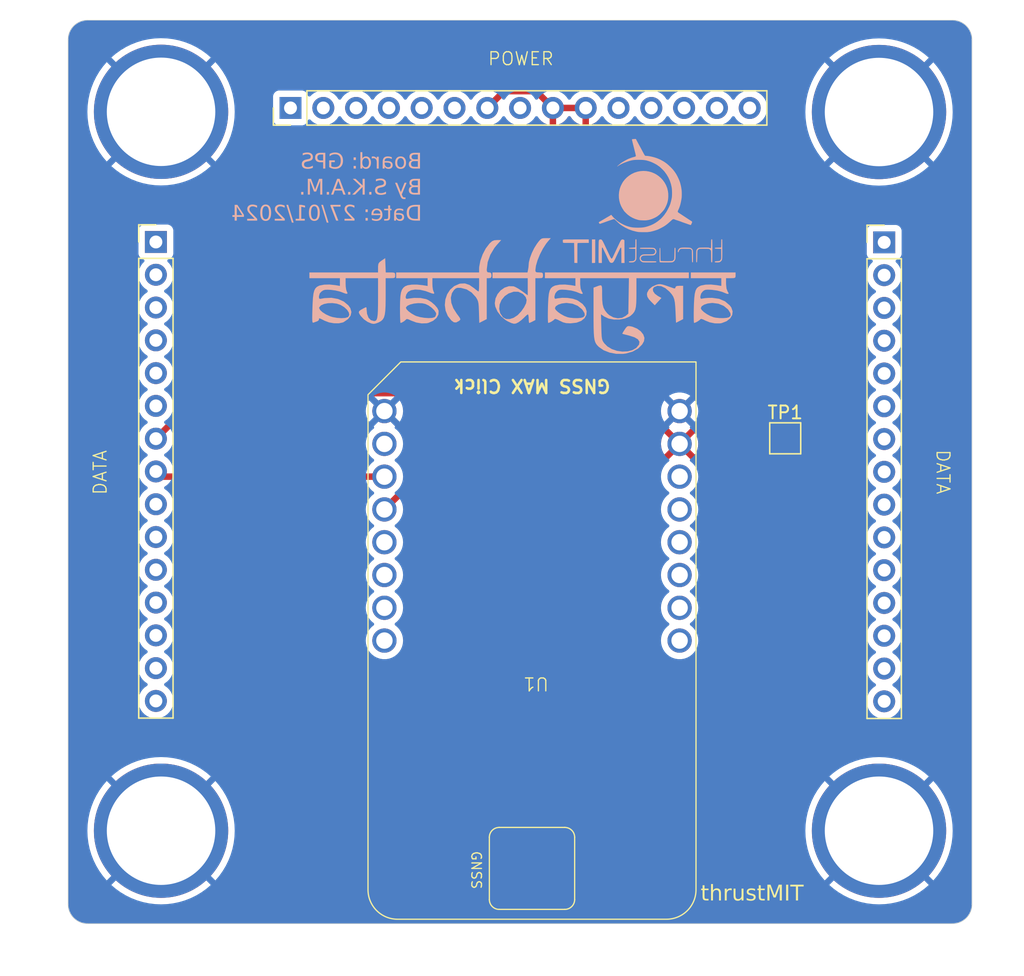
<source format=kicad_pcb>
(kicad_pcb (version 20221018) (generator pcbnew)
  (layers (0 "F.Cu" signal) (31 "B.Cu" signal) (34 "B.Paste" user) (35 "F.Paste" user) (36 "B.SilkS" user "B.Silkscreen") (37 "F.SilkS" user "F.Silkscreen") (38 "B.Mask" user) (39 "F.Mask" user) (44 "Edge.Cuts" user))
  (net 0 "")
  (net 1 "GND")
  (net 2 "3.3V")
  (net 10 "I2C1_SDA")
  (net 11 "I2C1_SCL")
  (footprint "TestPoint:TestPoint_Pad_2.0x2.0mm" (layer "F.Cu") (at 133.7056 86.6902)
    (fp_text reference "TP1" (at 0 -1.998) (layer "F.SilkS"))
    (fp_text value "TestPoint_Probe")
    (pad "1" smd rect (at 0 0) (size 2 2) (layers "F.Cu" "F.Mask") (net 2 "3.3V"))
  )
  (footprint "Mikroe-GNSS-MAX-CLICK_ThrustMIT:Mikroe_GNSS_MAX_CLICK_ThrustMIT" (layer "F.Cu") (at 114.0968 102.362 180)
    (fp_text reference "U1" (at -0.3048 -3.3528 180 unlocked) (layer "F.SilkS") (effects (font (thickness 0.1))))
    (fp_text value "~")
    (fp_text user "GNSS" (at 4.318 -17.78 270 unlocked) (layer "F.SilkS") (effects (font (size 0.746 0.746) (thickness 0.1))))
    (fp_text user "GNSS MAX Click" (at 0 20.32 180 unlocked) (layer "F.SilkS") (effects (font (thickness 0.2) bold) (justify bottom)))
    (pad "1" thru_hole circle (at -11.43 17.78 180) (size 1.8796 1.8796) (drill 1.27) (layers "*.Cu" "*.Mask") (net 1 "GND"))
    (pad "2" thru_hole circle (at -11.43 15.24 180) (size 1.8796 1.8796) (drill 1.27) (layers "*.Cu" "*.Mask") (net 2 "3.3V"))
    (pad "3" thru_hole circle (at -11.43 12.7 180) (size 1.8796 1.8796) (drill 1.27) (layers "*.Cu" "*.Mask"))
    (pad "4" thru_hole circle (at -11.43 10.16 180) (size 1.8796 1.8796) (drill 1.27) (layers "*.Cu" "*.Mask"))
    (pad "5" thru_hole circle (at -11.43 7.62 180) (size 1.8796 1.8796) (drill 1.27) (layers "*.Cu" "*.Mask"))
    (pad "6" thru_hole circle (at -11.43 5.08 180) (size 1.8796 1.8796) (drill 1.27) (layers "*.Cu" "*.Mask"))
    (pad "7" thru_hole circle (at -11.43 2.54 180) (size 1.8796 1.8796) (drill 1.27) (layers "*.Cu" "*.Mask"))
    (pad "8" thru_hole circle (at -11.43 0 180) (size 1.8796 1.8796) (drill 1.27) (layers "*.Cu" "*.Mask"))
    (pad "9" thru_hole circle (at 11.43 17.78 180) (size 1.8796 1.8796) (drill 1.27) (layers "*.Cu" "*.Mask") (net 1 "GND"))
    (pad "10" thru_hole circle (at 11.43 15.24 180) (size 1.8796 1.8796) (drill 1.27) (layers "*.Cu" "*.Mask"))
    (pad "11" thru_hole circle (at 11.43 12.7 180) (size 1.8796 1.8796) (drill 1.27) (layers "*.Cu" "*.Mask") (net 10 "I2C1_SDA"))
    (pad "12" thru_hole circle (at 11.43 10.16 180) (size 1.8796 1.8796) (drill 1.27) (layers "*.Cu" "*.Mask") (net 11 "I2C1_SCL"))
    (pad "13" thru_hole circle (at 11.43 7.62 180) (size 1.8796 1.8796) (drill 1.27) (layers "*.Cu" "*.Mask"))
    (pad "14" thru_hole circle (at 11.43 5.08 180) (size 1.8796 1.8796) (drill 1.27) (layers "*.Cu" "*.Mask"))
    (pad "15" thru_hole circle (at 11.43 2.54 180) (size 1.8796 1.8796) (drill 1.27) (layers "*.Cu" "*.Mask"))
    (pad "16" thru_hole circle (at 11.43 0 180) (size 1.8796 1.8796) (drill 1.27) (layers "*.Cu" "*.Mask"))
  )
  (footprint "FC_Stack_template:FC_Stack_template" (layer "F.Cu") (at 113.17 89.294)
    (fp_text reference "U2" hide)
    (fp_text value "~" hide)
    (fp_text user "thrustMIT" (at 13.98 33.41 unlocked) (layer "F.SilkS") (effects (font (size 1.2 1.2) (thickness 0.1)) (justify left bottom)))
    (fp_text user "DATA" (at 32.17 -1.8 -90 unlocked) (layer "F.SilkS") (effects (font (thickness 0.1)) (justify left bottom)))
    (fp_text user "DATA" (at -31.93 1.85 90 unlocked) (layer "F.SilkS") (effects (font (thickness 0.1)) (justify left bottom)))
    (fp_text user "POWER" (at -2.55 -31.43 unlocked) (layer "F.SilkS") (effects (font (thickness 0.1)) (justify left bottom)))
    (fp_line (start -35 33.5) (end -35 -33.5) (stroke (width 0.05)) (layer "Edge.Cuts"))
    (fp_line (start -33.5 -35) (end 33.5 -35) (stroke (width 0.05)) (layer "Edge.Cuts"))
    (fp_line (start 33.5 35) (end -33.5 35) (stroke (width 0.05)) (layer "Edge.Cuts"))
    (fp_line (start 35 -33.5) (end 35 33.5) (stroke (width 0.05)) (layer "Edge.Cuts"))
    (fp_arc (start -35 -33.5) (mid -34.56066 -34.56066) (end -33.5 -35) (stroke (width 0.05)) (layer "Edge.Cuts"))
    (fp_arc (start -33.5 35) (mid -34.56066 34.56066) (end -35 33.5) (stroke (width 0.05)) (layer "Edge.Cuts"))
    (fp_arc (start 33.5 -35) (mid 34.56066 -34.56066) (end 35 -33.5) (stroke (width 0.05)) (layer "Edge.Cuts"))
    (fp_arc (start 35 33.5) (mid 34.56066 34.56066) (end 33.5 35) (stroke (width 0.05)) (layer "Edge.Cuts"))
    (pad "1" thru_hole rect (at 28.2 -17.785) (size 1.7 1.7) (drill 1) (layers "*.Cu" "*.Mask"))
    (pad "2" thru_hole oval (at 28.2 -15.245) (size 1.7 1.7) (drill 1) (layers "*.Cu" "*.Mask"))
    (pad "3" thru_hole oval (at 28.2 -12.705) (size 1.7 1.7) (drill 1) (layers "*.Cu" "*.Mask"))
    (pad "4" thru_hole oval (at 28.2 -10.165) (size 1.7 1.7) (drill 1) (layers "*.Cu" "*.Mask"))
    (pad "5" thru_hole oval (at 28.2 -7.625) (size 1.7 1.7) (drill 1) (layers "*.Cu" "*.Mask"))
    (pad "6" thru_hole oval (at 28.2 -5.085) (size 1.7 1.7) (drill 1) (layers "*.Cu" "*.Mask"))
    (pad "7" thru_hole oval (at 28.2 -2.545) (size 1.7 1.7) (drill 1) (layers "*.Cu" "*.Mask"))
    (pad "8" thru_hole oval (at 28.2 -0.005) (size 1.7 1.7) (drill 1) (layers "*.Cu" "*.Mask"))
    (pad "9" thru_hole oval (at 28.2 2.535) (size 1.7 1.7) (drill 1) (layers "*.Cu" "*.Mask"))
    (pad "10" thru_hole oval (at 28.2 5.075) (size 1.7 1.7) (drill 1) (layers "*.Cu" "*.Mask"))
    (pad "11" thru_hole oval (at 28.2 7.615) (size 1.7 1.7) (drill 1) (layers "*.Cu" "*.Mask"))
    (pad "12" thru_hole oval (at 28.2 10.155) (size 1.7 1.7) (drill 1) (layers "*.Cu" "*.Mask"))
    (pad "13" thru_hole oval (at 28.2 12.695) (size 1.7 1.7) (drill 1) (layers "*.Cu" "*.Mask"))
    (pad "14" thru_hole oval (at 28.2 15.235) (size 1.7 1.7) (drill 1) (layers "*.Cu" "*.Mask"))
    (pad "15" thru_hole oval (at 28.2 17.775) (size 1.7 1.7) (drill 1) (layers "*.Cu" "*.Mask"))
    (pad "16" thru_hole oval (at -28.2 17.745) (size 1.7 1.7) (drill 1) (layers "*.Cu" "*.Mask"))
    (pad "17" thru_hole oval (at -28.2 15.205) (size 1.7 1.7) (drill 1) (layers "*.Cu" "*.Mask"))
    (pad "18" thru_hole oval (at -28.2 12.665) (size 1.7 1.7) (drill 1) (layers "*.Cu" "*.Mask"))
    (pad "19" thru_hole oval (at -28.2 10.125) (size 1.7 1.7) (drill 1) (layers "*.Cu" "*.Mask"))
    (pad "20" thru_hole oval (at -28.2 7.585) (size 1.7 1.7) (drill 1) (layers "*.Cu" "*.Mask"))
    (pad "21" thru_hole oval (at -28.2 5.045) (size 1.7 1.7) (drill 1) (layers "*.Cu" "*.Mask"))
    (pad "22" thru_hole oval (at -28.2 2.505) (size 1.7 1.7) (drill 1) (layers "*.Cu" "*.Mask"))
    (pad "23" thru_hole oval (at -28.2 -0.035) (size 1.7 1.7) (drill 1) (layers "*.Cu" "*.Mask") (net 10 "I2C1_SDA"))
    (pad "24" thru_hole oval (at -28.2 -2.575) (size 1.7 1.7) (drill 1) (layers "*.Cu" "*.Mask") (net 11 "I2C1_SCL"))
    (pad "25" thru_hole oval (at -28.2 -5.115) (size 1.7 1.7) (drill 1) (layers "*.Cu" "*.Mask"))
    (pad "26" thru_hole oval (at -28.2 -7.655) (size 1.7 1.7) (drill 1) (layers "*.Cu" "*.Mask"))
    (pad "27" thru_hole oval (at -28.2 -10.195) (size 1.7 1.7) (drill 1) (layers "*.Cu" "*.Mask"))
    (pad "28" thru_hole oval (at -28.2 -12.735) (size 1.7 1.7) (drill 1) (layers "*.Cu" "*.Mask"))
    (pad "29" thru_hole oval (at -28.2 -15.275) (size 1.7 1.7) (drill 1) (layers "*.Cu" "*.Mask"))
    (pad "30" thru_hole rect (at -28.2 -17.815) (size 1.7 1.7) (drill 1) (layers "*.Cu" "*.Mask"))
    (pad "31" thru_hole rect (at -17.775 -28.2 90) (size 1.7 1.7) (drill 1) (layers "*.Cu" "*.Mask"))
    (pad "32" thru_hole oval (at -15.235 -28.2 90) (size 1.7 1.7) (drill 1) (layers "*.Cu" "*.Mask"))
    (pad "33" thru_hole oval (at -12.695 -28.2 90) (size 1.7 1.7) (drill 1) (layers "*.Cu" "*.Mask"))
    (pad "34" thru_hole oval (at -10.155 -28.2 90) (size 1.7 1.7) (drill 1) (layers "*.Cu" "*.Mask"))
    (pad "35" thru_hole oval (at -7.615 -28.2 90) (size 1.7 1.7) (drill 1) (layers "*.Cu" "*.Mask"))
    (pad "36" thru_hole oval (at -5.075 -28.2 90) (size 1.7 1.7) (drill 1) (layers "*.Cu" "*.Mask"))
    (pad "37" thru_hole oval (at -2.535 -28.2 90) (size 1.7 1.7) (drill 1) (layers "*.Cu" "*.Mask") (net 2 "3.3V"))
    (pad "38" thru_hole oval (at 0.005 -28.2 90) (size 1.7 1.7) (drill 1) (layers "*.Cu" "*.Mask"))
    (pad "39" thru_hole oval (at 2.545 -28.2 90) (size 1.7 1.7) (drill 1) (layers "*.Cu" "*.Mask") (net 2 "3.3V"))
    (pad "40" thru_hole oval (at 5.085 -28.2 90) (size 1.7 1.7) (drill 1) (layers "*.Cu" "*.Mask") (net 2 "3.3V"))
    (pad "41" thru_hole oval (at 7.625 -28.2 90) (size 1.7 1.7) (drill 1) (layers "*.Cu" "*.Mask"))
    (pad "42" thru_hole oval (at 10.165 -28.2 90) (size 1.7 1.7) (drill 1) (layers "*.Cu" "*.Mask"))
    (pad "43" thru_hole oval (at 12.705 -28.2 90) (size 1.7 1.7) (drill 1) (layers "*.Cu" "*.Mask"))
    (pad "44" thru_hole oval (at 15.245 -28.2 90) (size 1.7 1.7) (drill 1) (layers "*.Cu" "*.Mask"))
    (pad "45" thru_hole oval (at 17.785 -28.2 90) (size 1.7 1.7) (drill 1) (layers "*.Cu" "*.Mask"))
    (pad "49" thru_hole circle (at 27.8 27.8) (size 10.4 10.4) (drill 8.4) (layers "*.Cu" "*.Mask") (net 1 "GND"))
    (pad "50" thru_hole circle (at -27.8 27.8) (size 10.4 10.4) (drill 8.4) (layers "*.Cu" "*.Mask") (net 1 "GND"))
    (pad "51" thru_hole circle (at -27.8 -27.9) (size 10.4 10.4) (drill 8.4) (layers "*.Cu" "*.Mask") (net 1 "GND"))
    (pad "52" thru_hole circle (at 27.8 -27.885) (size 10.4 10.4) (drill 8.4) (layers "*.Cu" "*.Mask") (net 1 "GND"))
  )
  (footprint "LOGO" (layer "B.Cu") (at 108.671537 76.20326 180)
    (fp_text reference "G***" hide)
    (fp_text value "LOGO" hide)
  )
  (footprint "LOGO" (layer "B.Cu") (at 122.758513 67.686936 180)
    (fp_text reference "G***" hide)
    (fp_text value "LOGO" hide)
  )
  (gr_text "Board: GPS\nBy S.K.A.M.\nDate: 27/01/2024" (at 105.5878 70.0278) (layer "B.SilkS") (effects (font (size 1.2 1.2)) (justify left bottom mirror)))
  (segment (start 115.715 61.094) (end 114.415 59.794) (width 0.5) (layer "F.Cu") (net 2))
  (segment (start 111.935 59.794) (end 110.635 61.094) (width 0.5) (layer "F.Cu") (net 2))
  (segment (start 114.415 59.794) (end 111.935 59.794) (width 0.5) (layer "F.Cu") (net 2))
  (segment (start 102.6668 89.662) (end 85.373 89.662) (width 0.5) (layer "F.Cu") (net 10))
  (segment (start 102.2638 89.259) (end 102.6668 89.662) (width 0.25) (layer "F.Cu") (net 10))
  (segment (start 85.373 89.662) (end 84.97 89.259) (width 0.25) (layer "F.Cu") (net 10))
  (segment (start 88.4968 83.1922) (end 84.97 86.719) (width 0.5) (layer "F.Cu") (net 11))
  (segment (start 106.0196 88.8492) (end 106.0196 83.3374) (width 0.5) (layer "F.Cu") (net 11))
  (segment (start 102.6668 92.202) (end 106.0196 88.8492) (width 0.5) (layer "F.Cu") (net 11))
  (segment (start 106.0196 83.3374) (end 105.8744 83.1922) (width 0.5) (layer "F.Cu") (net 11))
  (segment (start 105.8744 83.1922) (end 88.4968 83.1922) (width 0.5) (layer "F.Cu") (net 11))
  (zone (net 2) (net_name "3.3V") (layer "F.Cu") (priority 2) (connect_pads (clearance 0.5)) (min_thickness 0.25) (fill yes (thermal_gap 0.5) (thermal_bridge_width 0.5))
    (polygon (pts (xy 135.636 83.82) (xy 135.636 88.773) (xy 129.9718 88.773) (xy 129.9718 83.82) (xy 131.8006 83.82)))
  )
  (zone (net 2) (net_name "3.3V") (layer "F.Cu") (connect_pads (clearance 0.5)) (min_thickness 0.25) (fill yes (thermal_gap 0.5) (thermal_bridge_width 0.5))
    (polygon (pts (xy 114.427 59.8424) (xy 114.427 79.6544) (xy 128.4732 79.6036) (xy 128.4732 85.9028) (xy 122.2756 85.9028) (xy 122.2248 88.4428) (xy 131.4704 88.4428) (xy 131.3688 76.4032) (xy 116.4844 76.2508) (xy 116.4336 63.0936) (xy 119.5832 63.119) (xy 119.5832 59.6646) (xy 114.427 59.69)))
  )
  (zone (net 1) (net_name "GND") (layer "B.Cu") (priority 1) (connect_pads (clearance 0.5)) (min_thickness 0.25) (fill yes (thermal_gap 0.5) (thermal_bridge_width 0.5))
    (polygon (pts (xy 77.8256 52.7304) (xy 152.1968 52.7812) (xy 152.0444 127.4064) (xy 73.0504 127.4572) (xy 72.898 52.7304) (xy 77.9272 52.7304)))
  )
)
</source>
